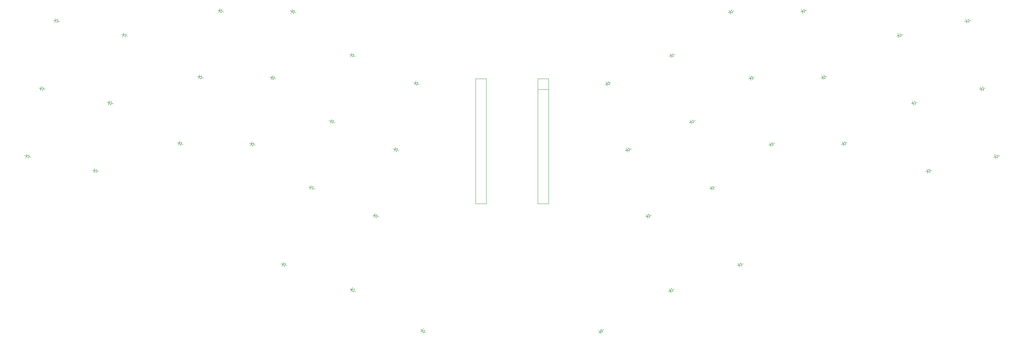
<source format=gbr>
%TF.GenerationSoftware,KiCad,Pcbnew,8.0.6*%
%TF.CreationDate,2025-07-18T12:27:13+02:00*%
%TF.ProjectId,main,6d61696e-2e6b-4696-9361-645f70636258,v1.0.0*%
%TF.SameCoordinates,Original*%
%TF.FileFunction,Legend,Bot*%
%TF.FilePolarity,Positive*%
%FSLAX46Y46*%
G04 Gerber Fmt 4.6, Leading zero omitted, Abs format (unit mm)*
G04 Created by KiCad (PCBNEW 8.0.6) date 2025-07-18 12:27:13*
%MOMM*%
%LPD*%
G01*
G04 APERTURE LIST*
%ADD10C,0.100000*%
%ADD11C,0.120000*%
G04 APERTURE END LIST*
D10*
%TO.C,D34*%
X227270051Y-133465235D02*
X227652567Y-133348283D01*
X227652567Y-133348283D02*
X227491765Y-132822325D01*
X227652567Y-133348283D02*
X227813378Y-133874259D01*
X227652567Y-133348283D02*
X228109402Y-132790340D01*
X228109402Y-132790340D02*
X228343301Y-133555382D01*
X228226354Y-133172867D02*
X228704503Y-133026681D01*
X228343301Y-133555382D02*
X227652567Y-133348283D01*
%TO.C,D26*%
X276635287Y-112592203D02*
X277026548Y-112509022D01*
X277026548Y-112509022D02*
X276912191Y-111971053D01*
X277026548Y-112509022D02*
X277140886Y-113047018D01*
X277026548Y-112509022D02*
X277530262Y-111993029D01*
X277530262Y-111993029D02*
X277696594Y-112775546D01*
X277613426Y-112384292D02*
X278102501Y-112280325D01*
X277696594Y-112775546D02*
X277026548Y-112509022D01*
%TO.C,D10*%
X114653045Y-122318529D02*
X115035580Y-122435486D01*
X115035580Y-122435486D02*
X114874776Y-122961449D01*
X115035580Y-122435486D02*
X115196378Y-121909508D01*
X115035580Y-122435486D02*
X115726307Y-122228374D01*
X115492400Y-122993422D02*
X115035580Y-122435486D01*
X115609356Y-122610905D02*
X116087515Y-122757091D01*
X115726307Y-122228374D02*
X115492400Y-122993422D01*
%TO.C,D29*%
X254521731Y-106311104D02*
X254904247Y-106194152D01*
X254904247Y-106194152D02*
X254743445Y-105668194D01*
X254904247Y-106194152D02*
X255065058Y-106720128D01*
X254904247Y-106194152D02*
X255361082Y-105636209D01*
X255361082Y-105636209D02*
X255594981Y-106401251D01*
X255478034Y-106018736D02*
X255956183Y-105872550D01*
X255594981Y-106401251D02*
X254904247Y-106194152D01*
%TO.C,D25*%
X280169791Y-129220711D02*
X280561052Y-129137530D01*
X280561052Y-129137530D02*
X280446695Y-128599561D01*
X280561052Y-129137530D02*
X280675390Y-129675526D01*
X280561052Y-129137530D02*
X281064766Y-128621537D01*
X281064766Y-128621537D02*
X281231098Y-129404054D01*
X281147930Y-129012800D02*
X281637005Y-128908833D01*
X281231098Y-129404054D02*
X280561052Y-129137530D01*
%TO.C,D16*%
X144828437Y-139909600D02*
X145210972Y-140026557D01*
X145210972Y-140026557D02*
X145050168Y-140552520D01*
X145210972Y-140026557D02*
X145371770Y-139500579D01*
X145210972Y-140026557D02*
X145901699Y-139819445D01*
X145667792Y-140584493D02*
X145210972Y-140026557D01*
X145784748Y-140201976D02*
X146262907Y-140348162D01*
X145901699Y-139819445D02*
X145667792Y-140584493D01*
%TO.C,D9*%
X106874642Y-89615364D02*
X107257177Y-89732321D01*
X107257177Y-89732321D02*
X107096373Y-90258284D01*
X107257177Y-89732321D02*
X107417975Y-89206343D01*
X107257177Y-89732321D02*
X107947904Y-89525209D01*
X107713997Y-90290257D02*
X107257177Y-89732321D01*
X107830953Y-89907740D02*
X108309112Y-90053926D01*
X107947904Y-89525209D02*
X107713997Y-90290257D01*
%TO.C,D3*%
X66664002Y-92117315D02*
X67055250Y-92200483D01*
X67055250Y-92200483D02*
X66940907Y-92738460D01*
X67055250Y-92200483D02*
X67169611Y-91662508D01*
X67055250Y-92200483D02*
X67725312Y-91933989D01*
X67558984Y-92716489D02*
X67055250Y-92200483D01*
X67642143Y-92325233D02*
X68131212Y-92429195D01*
X67725312Y-91933989D02*
X67558984Y-92716489D01*
%TO.C,D2*%
X63129503Y-108745828D02*
X63520751Y-108828996D01*
X63520751Y-108828996D02*
X63406408Y-109366973D01*
X63520751Y-108828996D02*
X63635112Y-108291021D01*
X63520751Y-108828996D02*
X64190813Y-108562502D01*
X64024485Y-109345002D02*
X63520751Y-108828996D01*
X64107644Y-108953746D02*
X64596713Y-109057708D01*
X64190813Y-108562502D02*
X64024485Y-109345002D01*
%TO.C,D21*%
X156546920Y-167936414D02*
X156866389Y-168177142D01*
X156866389Y-168177142D02*
X156535379Y-168616386D01*
X156866389Y-168177142D02*
X157197387Y-167737895D01*
X156866389Y-168177142D02*
X157586297Y-168218776D01*
X157104840Y-168857684D02*
X156866389Y-168177142D01*
X157345556Y-168538221D02*
X157744882Y-168839142D01*
X157586297Y-168218776D02*
X157104840Y-168857684D01*
%TO.C,D35*%
X222299739Y-117208052D02*
X222682255Y-117091100D01*
X222682255Y-117091100D02*
X222521453Y-116565142D01*
X222682255Y-117091100D02*
X222843066Y-117617076D01*
X222682255Y-117091100D02*
X223139090Y-116533157D01*
X223139090Y-116533157D02*
X223372989Y-117298199D01*
X223256042Y-116915684D02*
X223734191Y-116769498D01*
X223372989Y-117298199D02*
X222682255Y-117091100D01*
%TO.C,D12*%
X124593670Y-89804165D02*
X124976205Y-89921122D01*
X124976205Y-89921122D02*
X124815401Y-90447085D01*
X124976205Y-89921122D02*
X125137003Y-89395144D01*
X124976205Y-89921122D02*
X125666932Y-89714010D01*
X125433025Y-90479058D02*
X124976205Y-89921122D01*
X125549981Y-90096541D02*
X126028140Y-90242727D01*
X125666932Y-89714010D02*
X125433025Y-90479058D01*
%TO.C,D23*%
X293263803Y-109057704D02*
X293655064Y-108974523D01*
X293655064Y-108974523D02*
X293540707Y-108436554D01*
X293655064Y-108974523D02*
X293769402Y-109512519D01*
X293655064Y-108974523D02*
X294158778Y-108458530D01*
X294158778Y-108458530D02*
X294325110Y-109241047D01*
X294241942Y-108849793D02*
X294731017Y-108745826D01*
X294325110Y-109241047D02*
X293655064Y-108974523D01*
%TO.C,D33*%
X231832374Y-90242730D02*
X232214890Y-90125778D01*
X232214890Y-90125778D02*
X232054088Y-89599820D01*
X232214890Y-90125778D02*
X232375701Y-90651754D01*
X232214890Y-90125778D02*
X232671725Y-89567835D01*
X232671725Y-89567835D02*
X232905624Y-90332877D01*
X232788677Y-89950362D02*
X233266826Y-89804176D01*
X232905624Y-90332877D02*
X232214890Y-90125778D01*
%TO.C,D4*%
X76223519Y-128908842D02*
X76614767Y-128992010D01*
X76614767Y-128992010D02*
X76500424Y-129529987D01*
X76614767Y-128992010D02*
X76729128Y-128454035D01*
X76614767Y-128992010D02*
X77284829Y-128725516D01*
X77118501Y-129508016D02*
X76614767Y-128992010D01*
X77201660Y-129116760D02*
X77690729Y-129220722D01*
X77284829Y-128725516D02*
X77118501Y-129508016D01*
%TO.C,D36*%
X217329415Y-100950871D02*
X217711931Y-100833919D01*
X217711931Y-100833919D02*
X217551129Y-100307961D01*
X217711931Y-100833919D02*
X217872742Y-101359895D01*
X217711931Y-100833919D02*
X218168766Y-100275976D01*
X218168766Y-100275976D02*
X218402665Y-101041018D01*
X218285718Y-100658503D02*
X218763867Y-100512317D01*
X218402665Y-101041018D02*
X217711931Y-100833919D01*
%TO.C,D41*%
X217218478Y-158637925D02*
X217589346Y-158488093D01*
X217589346Y-158488093D02*
X217383326Y-157978141D01*
X217589346Y-158488093D02*
X217795391Y-158998045D01*
X217589346Y-158488093D02*
X217995819Y-157892454D01*
X217995819Y-157892454D02*
X218295502Y-158634198D01*
X218145669Y-158263317D02*
X218609256Y-158076027D01*
X218295502Y-158634198D02*
X217589346Y-158488093D01*
%TO.C,D14*%
X134126320Y-116769499D02*
X134508855Y-116886456D01*
X134508855Y-116886456D02*
X134348051Y-117412419D01*
X134508855Y-116886456D02*
X134669653Y-116360478D01*
X134508855Y-116886456D02*
X135199582Y-116679344D01*
X134965675Y-117444392D02*
X134508855Y-116886456D01*
X135082631Y-117061875D02*
X135560790Y-117208061D01*
X135199582Y-116679344D02*
X134965675Y-117444392D01*
%TO.C,D42*%
X200115624Y-168839137D02*
X200435091Y-168598418D01*
X200435091Y-168598418D02*
X200104095Y-168159163D01*
X200435091Y-168598418D02*
X200673549Y-167917865D01*
X200435091Y-168598418D02*
X200766094Y-169037666D01*
X200673549Y-167917865D02*
X201155001Y-168556777D01*
X200914276Y-168237328D02*
X201313606Y-167936413D01*
X201155001Y-168556777D02*
X200435091Y-168598418D01*
%TO.C,D30*%
X249551416Y-90053931D02*
X249933932Y-89936979D01*
X249933932Y-89936979D02*
X249773130Y-89411021D01*
X249933932Y-89936979D02*
X250094743Y-90462955D01*
X249933932Y-89936979D02*
X250390767Y-89379036D01*
X250390767Y-89379036D02*
X250624666Y-90144078D01*
X250507719Y-89761563D02*
X250985868Y-89615377D01*
X250624666Y-90144078D02*
X249933932Y-89936979D01*
%TO.C,D22*%
X296798304Y-125686219D02*
X297189565Y-125603038D01*
X297189565Y-125603038D02*
X297075208Y-125065069D01*
X297189565Y-125603038D02*
X297303903Y-126141034D01*
X297189565Y-125603038D02*
X297693279Y-125087045D01*
X297693279Y-125087045D02*
X297859611Y-125869562D01*
X297776443Y-125478308D02*
X298265518Y-125374341D01*
X297859611Y-125869562D02*
X297189565Y-125603038D01*
%TO.C,D7*%
X96934001Y-122129723D02*
X97316536Y-122246680D01*
X97316536Y-122246680D02*
X97155732Y-122772643D01*
X97316536Y-122246680D02*
X97477334Y-121720702D01*
X97316536Y-122246680D02*
X98007263Y-122039568D01*
X97773356Y-122804616D02*
X97316536Y-122246680D01*
X97890312Y-122422099D02*
X98368471Y-122568285D01*
X98007263Y-122039568D02*
X97773356Y-122804616D01*
%TO.C,D28*%
X259492050Y-122568290D02*
X259874566Y-122451338D01*
X259874566Y-122451338D02*
X259713764Y-121925380D01*
X259874566Y-122451338D02*
X260035377Y-122977314D01*
X259874566Y-122451338D02*
X260331401Y-121893395D01*
X260331401Y-121893395D02*
X260565300Y-122658437D01*
X260448353Y-122275922D02*
X260926502Y-122129736D01*
X260565300Y-122658437D02*
X259874566Y-122451338D01*
%TO.C,D31*%
X241773012Y-122757084D02*
X242155528Y-122640132D01*
X242155528Y-122640132D02*
X241994726Y-122114174D01*
X242155528Y-122640132D02*
X242316339Y-123166108D01*
X242155528Y-122640132D02*
X242612363Y-122082189D01*
X242612363Y-122082189D02*
X242846262Y-122847231D01*
X242729315Y-122464716D02*
X243207464Y-122318530D01*
X242846262Y-122847231D02*
X242155528Y-122640132D01*
%TO.C,D6*%
X83292510Y-95651820D02*
X83683758Y-95734988D01*
X83683758Y-95734988D02*
X83569415Y-96272965D01*
X83683758Y-95734988D02*
X83798119Y-95197013D01*
X83683758Y-95734988D02*
X84353820Y-95468494D01*
X84187492Y-96250994D02*
X83683758Y-95734988D01*
X84270651Y-95859738D02*
X84759720Y-95963700D01*
X84353820Y-95468494D02*
X84187492Y-96250994D01*
%TO.C,D37*%
X211597619Y-140348160D02*
X211980135Y-140231208D01*
X211980135Y-140231208D02*
X211819333Y-139705250D01*
X211980135Y-140231208D02*
X212140946Y-140757184D01*
X211980135Y-140231208D02*
X212436970Y-139673265D01*
X212436970Y-139673265D02*
X212670869Y-140438307D01*
X212553922Y-140055792D02*
X213032071Y-139909606D01*
X212670869Y-140438307D02*
X211980135Y-140231208D01*
%TO.C,D40*%
X234073797Y-152298954D02*
X234456313Y-152182002D01*
X234456313Y-152182002D02*
X234295511Y-151656044D01*
X234456313Y-152182002D02*
X234617124Y-152707978D01*
X234456313Y-152182002D02*
X234913148Y-151624059D01*
X234913148Y-151624059D02*
X235147047Y-152389101D01*
X235030100Y-152006586D02*
X235508249Y-151860400D01*
X235147047Y-152389101D02*
X234456313Y-152182002D01*
%TO.C,D5*%
X79758010Y-112280335D02*
X80149258Y-112363503D01*
X80149258Y-112363503D02*
X80034915Y-112901480D01*
X80149258Y-112363503D02*
X80263619Y-111825528D01*
X80149258Y-112363503D02*
X80819320Y-112097009D01*
X80652992Y-112879509D02*
X80149258Y-112363503D01*
X80736151Y-112488253D02*
X81225220Y-112592215D01*
X80819320Y-112097009D02*
X80652992Y-112879509D01*
%TO.C,D19*%
X122352256Y-151860402D02*
X122734791Y-151977359D01*
X122734791Y-151977359D02*
X122573987Y-152503322D01*
X122734791Y-151977359D02*
X122895589Y-151451381D01*
X122734791Y-151977359D02*
X123425518Y-151770247D01*
X123191611Y-152535295D02*
X122734791Y-151977359D01*
X123308567Y-152152778D02*
X123786726Y-152298964D01*
X123425518Y-151770247D02*
X123191611Y-152535295D01*
%TO.C,D38*%
X206627305Y-124090984D02*
X207009821Y-123974032D01*
X207009821Y-123974032D02*
X206849019Y-123448074D01*
X207009821Y-123974032D02*
X207170632Y-124500008D01*
X207009821Y-123974032D02*
X207466656Y-123416089D01*
X207466656Y-123416089D02*
X207700555Y-124181131D01*
X207583608Y-123798616D02*
X208061757Y-123652430D01*
X207700555Y-124181131D02*
X207009821Y-123974032D01*
%TO.C,D13*%
X129155994Y-133026672D02*
X129538529Y-133143629D01*
X129538529Y-133143629D02*
X129377725Y-133669592D01*
X129538529Y-133143629D02*
X129699327Y-132617651D01*
X129538529Y-133143629D02*
X130229256Y-132936517D01*
X129995349Y-133701565D02*
X129538529Y-133143629D01*
X130112305Y-133319048D02*
X130590464Y-133465234D01*
X130229256Y-132936517D02*
X129995349Y-133701565D01*
%TO.C,D39*%
X201656973Y-107833800D02*
X202039489Y-107716848D01*
X202039489Y-107716848D02*
X201878687Y-107190890D01*
X202039489Y-107716848D02*
X202200300Y-108242824D01*
X202039489Y-107716848D02*
X202496324Y-107158905D01*
X202496324Y-107158905D02*
X202730223Y-107923947D01*
X202613276Y-107541432D02*
X203091425Y-107395246D01*
X202730223Y-107923947D02*
X202039489Y-107716848D01*
%TO.C,D27*%
X273100796Y-95963688D02*
X273492057Y-95880507D01*
X273492057Y-95880507D02*
X273377700Y-95342538D01*
X273492057Y-95880507D02*
X273606395Y-96418503D01*
X273492057Y-95880507D02*
X273995771Y-95364514D01*
X273995771Y-95364514D02*
X274162103Y-96147031D01*
X274078935Y-95755777D02*
X274568010Y-95651810D01*
X274162103Y-96147031D02*
X273492057Y-95880507D01*
%TO.C,D15*%
X139096636Y-100512309D02*
X139479171Y-100629266D01*
X139479171Y-100629266D02*
X139318367Y-101155229D01*
X139479171Y-100629266D02*
X139639969Y-100103288D01*
X139479171Y-100629266D02*
X140169898Y-100422154D01*
X139935991Y-101187202D02*
X139479171Y-100629266D01*
X140052947Y-100804685D02*
X140531106Y-100950871D01*
X140169898Y-100422154D02*
X139935991Y-101187202D01*
%TO.C,D17*%
X149798750Y-123652428D02*
X150181285Y-123769385D01*
X150181285Y-123769385D02*
X150020481Y-124295348D01*
X150181285Y-123769385D02*
X150342083Y-123243407D01*
X150181285Y-123769385D02*
X150872012Y-123562273D01*
X150638105Y-124327321D02*
X150181285Y-123769385D01*
X150755061Y-123944804D02*
X151233220Y-124090990D01*
X150872012Y-123562273D02*
X150638105Y-124327321D01*
%TO.C,D8*%
X101904328Y-105872555D02*
X102286863Y-105989512D01*
X102286863Y-105989512D02*
X102126059Y-106515475D01*
X102286863Y-105989512D02*
X102447661Y-105463534D01*
X102286863Y-105989512D02*
X102977590Y-105782400D01*
X102743683Y-106547448D02*
X102286863Y-105989512D01*
X102860639Y-106164931D02*
X103338798Y-106311117D01*
X102977590Y-105782400D02*
X102743683Y-106547448D01*
%TO.C,D11*%
X119623355Y-106061344D02*
X120005890Y-106178301D01*
X120005890Y-106178301D02*
X119845086Y-106704264D01*
X120005890Y-106178301D02*
X120166688Y-105652323D01*
X120005890Y-106178301D02*
X120696617Y-105971189D01*
X120462710Y-106736237D02*
X120005890Y-106178301D01*
X120579666Y-106353720D02*
X121057825Y-106499906D01*
X120696617Y-105971189D02*
X120462710Y-106736237D01*
%TO.C,D32*%
X236802698Y-106499904D02*
X237185214Y-106382952D01*
X237185214Y-106382952D02*
X237024412Y-105856994D01*
X237185214Y-106382952D02*
X237346025Y-106908928D01*
X237185214Y-106382952D02*
X237642049Y-105825009D01*
X237642049Y-105825009D02*
X237875948Y-106590051D01*
X237759001Y-106207536D02*
X238237150Y-106061350D01*
X237875948Y-106590051D02*
X237185214Y-106382952D01*
%TO.C,D1*%
X59595007Y-125374331D02*
X59986255Y-125457499D01*
X59986255Y-125457499D02*
X59871912Y-125995476D01*
X59986255Y-125457499D02*
X60100616Y-124919524D01*
X59986255Y-125457499D02*
X60656317Y-125191005D01*
X60489989Y-125973505D02*
X59986255Y-125457499D01*
X60573148Y-125582249D02*
X61062217Y-125686211D01*
X60656317Y-125191005D02*
X60489989Y-125973505D01*
%TO.C,D18*%
X154769070Y-107395246D02*
X155151605Y-107512203D01*
X155151605Y-107512203D02*
X154990801Y-108038166D01*
X155151605Y-107512203D02*
X155312403Y-106986225D01*
X155151605Y-107512203D02*
X155842332Y-107305091D01*
X155608425Y-108070139D02*
X155151605Y-107512203D01*
X155725381Y-107687622D02*
X156203540Y-107833808D01*
X155842332Y-107305091D02*
X155608425Y-108070139D01*
%TO.C,D20*%
X139251251Y-158076018D02*
X139622132Y-158225860D01*
X139622132Y-158225860D02*
X139416107Y-158735807D01*
X139622132Y-158225860D02*
X139828173Y-157715911D01*
X139622132Y-158225860D02*
X140328283Y-158079752D01*
X140028593Y-158821503D02*
X139622132Y-158225860D01*
X140178445Y-158450634D02*
X140642045Y-158637930D01*
X140328283Y-158079752D02*
X140028593Y-158821503D01*
%TO.C,D24*%
X289729301Y-92429197D02*
X290120562Y-92346016D01*
X290120562Y-92346016D02*
X290006205Y-91808047D01*
X290120562Y-92346016D02*
X290234900Y-92884012D01*
X290120562Y-92346016D02*
X290624276Y-91830023D01*
X290624276Y-91830023D02*
X290790608Y-92612540D01*
X290707440Y-92221286D02*
X291196515Y-92117319D01*
X290790608Y-92612540D02*
X290120562Y-92346016D01*
D11*
%TO.C,MCU1*%
X169954992Y-106504999D02*
X169955000Y-137104999D01*
X172614990Y-106505000D02*
X169954992Y-106504999D01*
X172614990Y-106505000D02*
X172615000Y-137104997D01*
X172615000Y-137104997D02*
X169955000Y-137104999D01*
X185194995Y-106505004D02*
X185195004Y-137104991D01*
X187854989Y-137105003D02*
X185195004Y-137104991D01*
X187854985Y-106505007D02*
X185194995Y-106505004D01*
X187854985Y-106505007D02*
X187854989Y-137105003D01*
X187854991Y-109105000D02*
X185194994Y-109105001D01*
%TD*%
M02*

</source>
